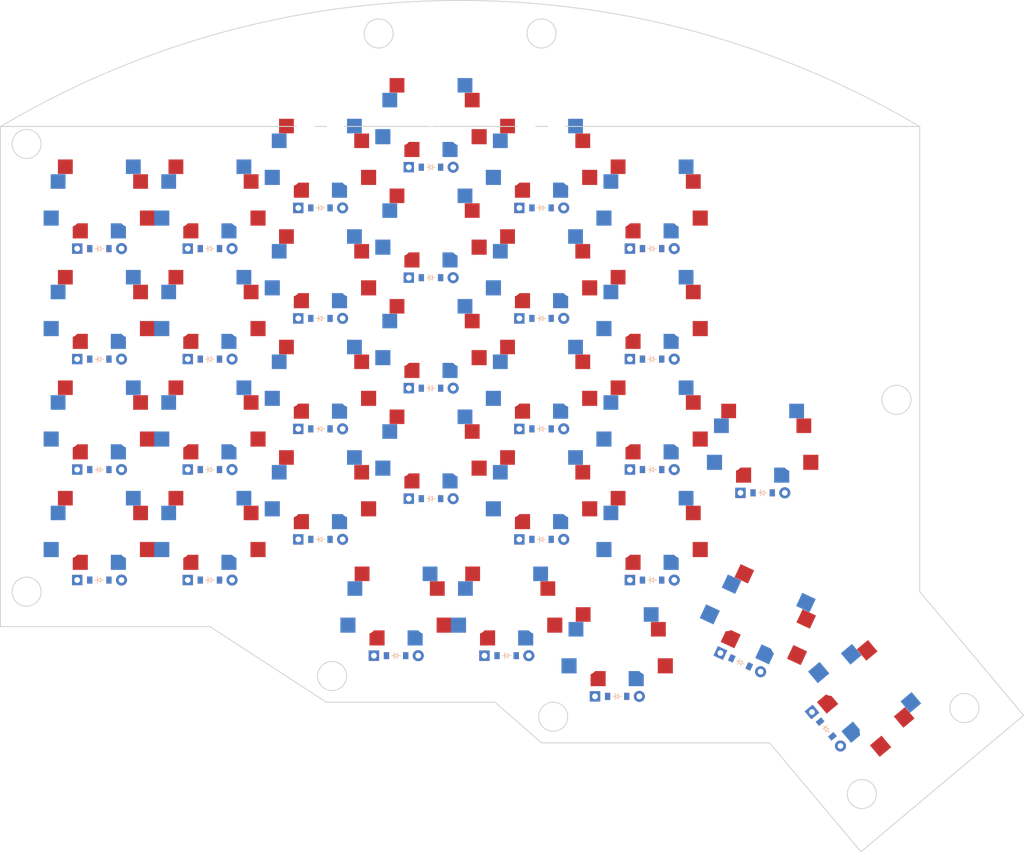
<source format=kicad_pcb>
(kicad_pcb (version 20211014) (generator pcbnew)
  (title_block (title "sizing_help") (rev "v1.0.0") (company "Unknown"))
  (layers (0 "F.Cu" signal) (31 "B.Cu" signal) (34 "B.Paste" user) (35 "F.Paste" user) (36 "B.SilkS" user "B.Silkscreen") (37 "F.SilkS" user "F.Silkscreen") (38 "B.Mask" user) (39 "F.Mask" user) (44 "Edge.Cuts" user))
  (net 0 "")
  (net 1 "P21")
  (net 2 "P6")
  (net 3 "P5")
  (net 4 "P4")
  (net 5 "P3")
  (net 6 "P20")
  (net 7 "P19")
  (net 8 "P18")
  (net 9 "P15")
  (net 10 "P14")
  (net 11 "P7")
  (footprint "MX" (layer "F.Cu") (at 172.035 155.54)
    (fp_text reference "S18" hide)
    (fp_text value "" hide)
  )
  (footprint "PG1350" (layer "F.Cu") (at 134.035 124.54 180)
    (fp_text reference "S5" hide)
    (fp_text value "" hide)
  )
  (footprint "PG1350" (layer "F.Cu") (at 248.035 147.54 180)
    (fp_text reference "S55" hide)
    (fp_text value "" hide)
  )
  (footprint "PG1350" (layer "F.Cu") (at 210.035 117.54 180)
    (fp_text reference "S37" hide)
    (fp_text value "" hide)
  )
  (footprint "MX" (layer "F.Cu") (at 134.035 143.54)
    (fp_text reference "S4" hide)
    (fp_text value "" hide)
  )
  (footprint "ComboDiode" (layer "F.Cu") (at 134.035 133.54)
    (fp_text reference "D3" hide)
    (fp_text value "" hide)
  )
  (footprint "ComboDiode" (layer "F.Cu") (at 229.035 152.54)
    (fp_text reference "D22" hide)
    (fp_text value "" hide)
  )
  (footprint "MX" (layer "F.Cu") (at 191.035 148.54)
    (fp_text reference "S26" hide)
    (fp_text value "" hide)
  )
  (footprint "ComboDiode" (layer "F.Cu") (at 134.035 152.54)
    (fp_text reference "D2" hide)
    (fp_text value "" hide)
  )
  (footprint "ComboDiode" (layer "F.Cu") (at 258.96628 197.154229 -50)
    (fp_text reference "D30" hide)
    (fp_text value "" hide)
  )
  (footprint "ComboDiode" (layer "F.Cu") (at 191.035 100.54)
    (fp_text reference "D16" hide)
    (fp_text value "" hide)
  )
  (footprint "MX" (layer "F.Cu") (at 153.035 143.54)
    (fp_text reference "S12" hide)
    (fp_text value "" hide)
  )
  (footprint "MX" (layer "F.Cu") (at 191.035 91.54)
    (fp_text reference "S32" hide)
    (fp_text value "" hide)
  )
  (footprint "PG1350" (layer "F.Cu") (at 229.035 124.54 180)
    (fp_text reference "S45" hide)
    (fp_text value "" hide)
  )
  (footprint "ComboDiode" (layer "F.Cu") (at 153.035 152.54)
    (fp_text reference "D6" hide)
    (fp_text value "" hide)
  )
  (footprint "MX" (layer "F.Cu") (at 172.035 98.54)
    (fp_text reference "S24" hide)
    (fp_text value "" hide)
  )
  (footprint "PG1350" (layer "F.Cu") (at 204.035 175.54 180)
    (fp_text reference "S51" hide)
    (fp_text value "" hide)
  )
  (footprint "MX" (layer "F.Cu") (at 172.035 136.54)
    (fp_text reference "S20" hide)
    (fp_text value "" hide)
  )
  (footprint "PG1350" (layer "F.Cu") (at 229.035 105.54 180)
    (fp_text reference "S47" hide)
    (fp_text value "" hide)
  )
  (footprint "MX" (layer "F.Cu") (at 134.035 105.54)
    (fp_text reference "S8" hide)
    (fp_text value "" hide)
  )
  (footprint "PG1350" (layer "F.Cu") (at 229.035 162.54 180)
    (fp_text reference "S41" hide)
    (fp_text value "" hide)
  )
  (footprint "MX" (layer "F.Cu") (at 172.035 117.54)
    (fp_text reference "S22" hide)
    (fp_text value "" hide)
  )
  (footprint "PG1350" (layer "F.Cu") (at 185.035 175.54 180)
    (fp_text reference "S49" hide)
    (fp_text value "" hide)
  )
  (footprint "ComboDiode" (layer "F.Cu") (at 191.035 138.54)
    (fp_text reference "D14" hide)
    (fp_text value "" hide)
  )
  (footprint "ComboDiode" (layer "F.Cu") (at 134.035 171.54)
    (fp_text reference "D1" hide)
    (fp_text value "" hide)
  )
  (footprint "ComboDiode" (layer "F.Cu") (at 153.035 133.54)
    (fp_text reference "D7" hide)
    (fp_text value "" hide)
  )
  (footprint "ComboDiode" (layer "F.Cu") (at 134.035 114.54)
    (fp_text reference "D4" hide)
    (fp_text value "" hide)
  )
  (footprint "ComboDiode" (layer "F.Cu") (at 153.035 171.54)
    (fp_text reference "D5" hide)
    (fp_text value "" hide)
  )
  (footprint "MX" (layer "F.Cu") (at 265.86068 191.369141 -50)
    (fp_text reference "S60" hide)
    (fp_text value "" hide)
  )
  (footprint "ComboDiode" (layer "F.Cu") (at 191.035 157.54)
    (fp_text reference "D13" hide)
    (fp_text value "" hide)
  )
  (footprint "PG1350" (layer "F.Cu") (at 210.035 98.54 180)
    (fp_text reference "S39" hide)
    (fp_text value "" hide)
  )
  (footprint "PG1350" (layer "F.Cu") (at 223.035 182.54 180)
    (fp_text reference "S53" hide)
    (fp_text value "" hide)
  )
  (footprint "MX" (layer "F.Cu") (at 229.035 162.54)
    (fp_text reference "S42" hide)
    (fp_text value "" hide)
  )
  (footprint "PG1350" (layer "F.Cu") (at 265.86068 191.369141 130)
    (fp_text reference "S59" hide)
    (fp_text value "" hide)
  )
  (footprint "PG1350" (layer "F.Cu") (at 191.035 148.54 180)
    (fp_text reference "S25" hide)
    (fp_text value "" hide)
  )
  (footprint "ComboDiode" (layer "F.Cu") (at 172.035 126.54)
    (fp_text reference "D11" hide)
    (fp_text value "" hide)
  )
  (footprint "PG1350" (layer "F.Cu") (at 229.035 143.54 180)
    (fp_text reference "S43" hide)
    (fp_text value "" hide)
  )
  (footprint "MX" (layer "F.Cu") (at 153.035 162.54)
    (fp_text reference "S10" hide)
    (fp_text value "" hide)
  )
  (footprint "MX" (layer "F.Cu") (at 229.035 143.54)
    (fp_text reference "S44" hide)
    (fp_text value "" hide)
  )
  (footprint "PG1350" (layer "F.Cu") (at 172.035 117.54 180)
    (fp_text reference "S21" hide)
    (fp_text value "" hide)
  )
  (footprint "MX" (layer "F.Cu") (at 191.035 129.54)
    (fp_text reference "S28" hide)
    (fp_text value "" hide)
  )
  (footprint "ComboDiode" (layer "F.Cu") (at 185.035 184.54)
    (fp_text reference "D25" hide)
    (fp_text value "" hide)
  )
  (footprint "ComboDiode" (layer "F.Cu") (at 204.035 184.54)
    (fp_text reference "D26" hide)
    (fp_text value "" hide)
  )
  (footprint "MX" (layer "F.Cu") (at 191.035 110.54)
    (fp_text reference "S30" hide)
    (fp_text value "" hide)
  )
  (footprint "MX" (layer "F.Cu") (at 204.035 175.54)
    (fp_text reference "S52" hide)
    (fp_text value "" hide)
  )
  (footprint "MX" (layer "F.Cu") (at 210.035 136.54)
    (fp_text reference "S36" hide)
    (fp_text value "" hide)
  )
  (footprint "PG1350" (layer "F.Cu") (at 134.035 162.54 180)
    (fp_text reference "S1" hide)
    (fp_text value "" hide)
  )
  (footprint "PG1350" (layer "F.Cu") (at 153.035 162.54 180)
    (fp_text reference "S9" hide)
    (fp_text value "" hide)
  )
  (footprint "ComboDiode" (layer "F.Cu") (at 210.035 145.54)
    (fp_text reference "D18" hide)
    (fp_text value "" hide)
  )
  (footprint "PG1350" (layer "F.Cu") (at 172.035 98.54 180)
    (fp_text reference "S23" hide)
    (fp_text value "" hide)
  )
  (footprint "ComboDiode" (layer "F.Cu") (at 172.035 107.54)
    (fp_text reference "D12" hide)
    (fp_text value "" hide)
  )
  (footprint "PG1350" (layer "F.Cu") (at 153.035 124.54 180)
    (fp_text reference "S13" hide)
    (fp_text value "" hide)
  )
  (footprint "PG1350" (layer "F.Cu") (at 153.035 105.54 180)
    (fp_text reference "S15" hide)
    (fp_text value "" hide)
  )
  (footprint "MX" (layer "F.Cu") (at 223.035 182.54)
    (fp_text reference "S54" hide)
    (fp_text value "" hide)
  )
  (footprint "PG1350" (layer "F.Cu") (at 191.035 91.54 180)
    (fp_text reference "S31" hide)
    (fp_text value "" hide)
  )
  (footprint "PG1350" (layer "F.Cu") (at 172.035 155.54 180)
    (fp_text reference "S17" hide)
    (fp_text value "" hide)
  )
  (footprint "ComboDiode" (layer "F.Cu") (at 172.035 164.54)
    (fp_text reference "D9" hide)
    (fp_text value "" hide)
  )
  (footprint "PG1350" (layer "F.Cu") (at 191.035 129.54 180)
    (fp_text reference "S27" hide)
    (fp_text value "" hide)
  )
  (footprint "PG1350" (layer "F.Cu") (at 134.035 105.54 180)
    (fp_text reference "S7" hide)
    (fp_text value "" hide)
  )
  (footprint "ComboDiode" (layer "F.Cu") (at 229.035 171.54)
    (fp_text reference "D21" hide)
    (fp_text value "" hide)
  )
  (footprint "PG1350" (layer "F.Cu") (at 172.035 136.54 180)
    (fp_text reference "S19" hide)
    (fp_text value "" hide)
  )
  (footprint "MX" (layer "F.Cu") (at 248.035 177.54 -25)
    (fp_text reference "S58" hide)
    (fp_text value "" hide)
  )
  (footprint "PG1350" (layer "F.Cu") (at 153.035 143.54 180)
    (fp_text reference "S11" hide)
    (fp_text value "" hide)
  )
  (footprint "MX" (layer "F.Cu") (at 229.035 124.54)
    (fp_text reference "S46" hide)
    (fp_text value "" hide)
  )
  (footprint "ComboDiode" (layer "F.Cu") (at 229.035 114.54)
    (fp_text reference "D24" hide)
    (fp_text value "" hide)
  )
  (footprint "MX" (layer "F.Cu") (at 153.035 105.54)
    (fp_text reference "S16" hide)
    (fp_text value "" hide)
  )
  (footprint "MX" (layer "F.Cu") (at 153.035 124.54)
    (fp_text reference "S14" hide)
    (fp_text value "" hide)
  )
  (footprint "PG1350" (layer "F.Cu") (at 134.035 143.54 180)
    (fp_text reference "S3" hide)
    (fp_text value "" hide)
  )
  (footprint "MX" (layer "F.Cu") (at 210.035 98.54)
    (fp_text reference "S40" hide)
    (fp_text value "" hide)
  )
  (footprint "MX" (layer "F.Cu") (at 134.035 124.54)
    (fp_text reference "S6" hide)
    (fp_text value "" hide)
  )
  (footprint "ComboDiode" (layer "F.Cu") (at 229.035 133.54)
    (fp_text reference "D23" hide)
    (fp_text value "" hide)
  )
  (footprint "MX" (layer "F.Cu") (at 134.035 162.54)
    (fp_text reference "S2" hide)
    (fp_text value "" hide)
  )
  (footprint "MX" (layer "F.Cu") (at 210.035 117.54)
    (fp_text reference "S38" hide)
    (fp_text value "" hide)
  )
  (footprint "ComboDiode" (layer "F.Cu") (at 153.035 114.54)
    (fp_text reference "D8" hide)
    (fp_text value "" hide)
  )
  (footprint "ComboDiode" (layer "F.Cu") (at 223.035 191.54)
    (fp_text reference "D27" hide)
    (fp_text value "" hide)
  )
  (footprint "MX" (layer "F.Cu") (at 210.035 155.54)
    (fp_text reference "S34" hide)
    (fp_text value "" hide)
  )
  (footprint "PG1350" (layer "F.Cu") (at 191.035 110.54 180)
    (fp_text reference "S29" hide)
    (fp_text value "" hide)
  )
  (footprint "ComboDiode" (layer "F.Cu") (at 172.035 145.54)
    (fp_text reference "D10" hide)
    (fp_text value "" hide)
  )
  (footprint "PG1350" (layer "F.Cu") (at 210.035 136.54 180)
    (fp_text reference "S35" hide)
    (fp_text value "" hide)
  )
  (footprint "MX" (layer "F.Cu") (at 248.035 147.54)
    (fp_text reference "S56" hide)
    (fp_text value "" hide)
  )
  (footprint "ComboDiode" (layer "F.Cu") (at 210.035 126.54)
    (fp_text reference "D19" hide)
    (fp_text value "" hide)
  )
  (footprint "MX" (layer "F.Cu") (at 229.035 105.54)
    (fp_text reference "S48" hide)
    (fp_text value "" hide)
  )
  (footprint "ComboDiode" (layer "F.Cu") (at 244.231436 185.69677 -25)
    (fp_text reference "D29" hide)
    (fp_text value "" hide)
  )
  (footprint "PG1350" (layer "F.Cu") (at 248.035 177.54 155)
    (fp_text reference "S57" hide)
    (fp_text value "" hide)
  )
  (footprint "ComboDiode" (layer "F.Cu") (at 210.035 107.54)
    (fp_text reference "D20" hide)
    (fp_text value "" hide)
  )
  (footprint "ComboDiode" (layer "F.Cu") (at 191.035 119.54)
    (fp_text reference "D15" hide)
    (fp_text value "" hide)
  )
  (footprint "MX" (layer "F.Cu") (at 185.035 175.54)
    (fp_text reference "S50" hide)
    (fp_text value "" hide)
  )
  (footprint "PG1350" (layer "F.Cu") (at 210.035 155.54 180)
    (fp_text reference "S33" hide)
    (fp_text value "" hide)
  )
  (footprint "ComboDiode" (layer "F.Cu") (at 210.035 164.54)
    (fp_text reference "D17" hide)
    (fp_text value "" hide)
  )
  (footprint "ComboDiode" (layer "F.Cu") (at 248.035 156.54)
    (fp_text reference "D28" hide)
    (fp_text value "" hide)
  )
  (gr_circle (center 174.035 188.04) (end 176.535 188.04) (layer "Edge.Cuts") (width 0.15) (fill none))
  (gr_line (start 210.035 199.54) (end 249.219514 199.54) (layer "Edge.Cuts") (width 0.15))
  (gr_line (start 292.888254 194.798459) (end 275.035 173.521779) (layer "Edge.Cuts") (width 0.15))
  (gr_line (start 117.035 93.54) (end 117.035 179.54) (layer "Edge.Cuts") (width 0.15))
  (gr_circle (center 282.705036 193.552639) (end 285.205036 193.552639) (layer "Edge.Cuts") (width 0.15) (fill none))
  (gr_circle (center 182.035 77.54) (end 184.535 77.54) (layer "Edge.Cuts") (width 0.15) (fill none))
  (gr_line (start 275.009062 93.54) (end 117.060938 93.54) (layer "Edge.Cuts") (width 0.15))
  (gr_line (start 117.035 179.54) (end 153.035 179.54) (layer "Edge.Cuts") (width 0.15))
  (gr_line (start 153.035 179.54) (end 173.035 192.54) (layer "Edge.Cuts") (width 0.15))
  (gr_circle (center 265.086014 208.336754) (end 267.586014 208.336754) (layer "Edge.Cuts") (width 0.15) (fill none))
  (gr_circle (center 271.035 140.54) (end 273.535 140.54) (layer "Edge.Cuts") (width 0.15) (fill none))
  (gr_circle (center 210.035 77.54) (end 212.535 77.54) (layer "Edge.Cuts") (width 0.15) (fill none))
  (gr_circle (center 212.035 195.04) (end 214.535 195.04) (layer "Edge.Cuts") (width 0.15) (fill none))
  (gr_line (start 275.035 93.54) (end 117.035 93.54) (layer "Edge.Cuts") (width 0.15))
  (gr_line (start 264.927632 218.260207) (end 292.888254 194.798459) (layer "Edge.Cuts") (width 0.15))
  (gr_arc (start 117.060939 93.54) (mid 196.035 71.86) (end 275.009062 93.54) (layer "Edge.Cuts") (width 0.15))
  (gr_line (start 202.035 192.54) (end 210.035 199.54) (layer "Edge.Cuts") (width 0.15))
  (gr_line (start 173.035 192.54) (end 202.035 192.54) (layer "Edge.Cuts") (width 0.15))
  (gr_line (start 249.219514 199.54) (end 264.927632 218.260207) (layer "Edge.Cuts") (width 0.15))
  (gr_line (start 275.035 173.521779) (end 275.035 93.54) (layer "Edge.Cuts") (width 0.15))
  (gr_circle (center 121.535 173.54) (end 124.035 173.54) (layer "Edge.Cuts") (width 0.15) (fill none))
  (gr_circle (center 121.535 96.54) (end 124.035 96.54) (layer "Edge.Cuts") (width 0.15) (fill none))
)
</source>
